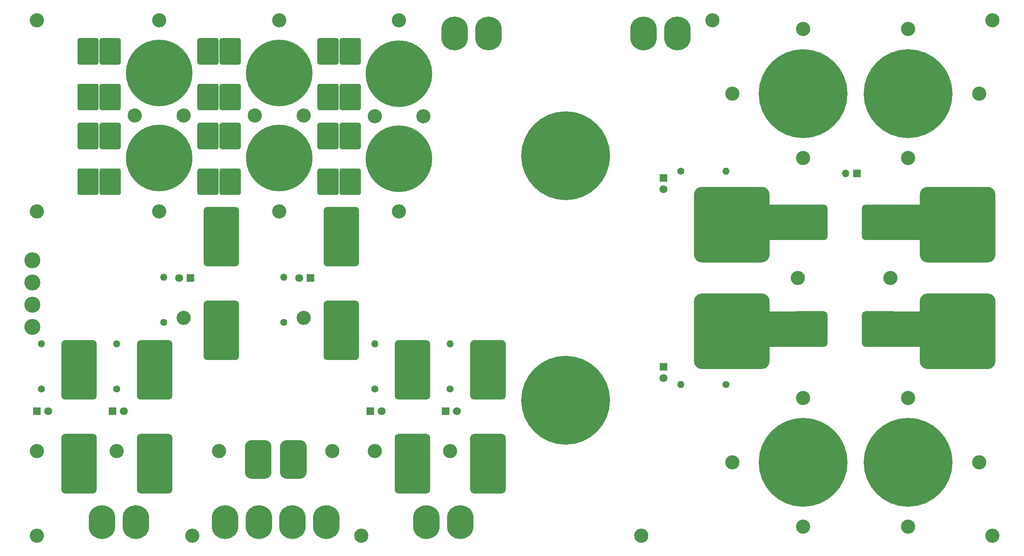
<source format=gbr>
%TF.GenerationSoftware,KiCad,Pcbnew,(5.1.8)-1*%
%TF.CreationDate,2021-07-20T16:41:24+02:00*%
%TF.ProjectId,FJElectricsPCBBack,464a456c-6563-4747-9269-637350434242,rev?*%
%TF.SameCoordinates,Original*%
%TF.FileFunction,Soldermask,Bot*%
%TF.FilePolarity,Negative*%
%FSLAX46Y46*%
G04 Gerber Fmt 4.6, Leading zero omitted, Abs format (unit mm)*
G04 Created by KiCad (PCBNEW (5.1.8)-1) date 2021-07-20 16:41:24*
%MOMM*%
%LPD*%
G01*
G04 APERTURE LIST*
%ADD10C,1.800000*%
%ADD11R,1.800000X1.800000*%
%ADD12O,1.600000X1.600000*%
%ADD13C,1.600000*%
%ADD14O,3.600000X3.600000*%
%ADD15C,3.200000*%
%ADD16C,2.000000*%
%ADD17R,8.000000X8.000000*%
%ADD18O,6.000000X7.620000*%
%ADD19C,1.200000*%
%ADD20O,20.000000X20.000000*%
%ADD21C,15.000000*%
%ADD22O,1.700000X1.700000*%
%ADD23R,1.700000X1.700000*%
%ADD24C,20.000000*%
G04 APERTURE END LIST*
D10*
%TO.C,Fuse7*%
X4540000Y-70500000D03*
D11*
X2000000Y-70500000D03*
%TD*%
D12*
%TO.C,R7*%
X-14000000Y-55340000D03*
D13*
X-14000000Y-65500000D03*
%TD*%
D14*
%TO.C,J4*%
X-16000000Y-51500000D03*
X-16000000Y-46500000D03*
%TD*%
D15*
%TO.C,H25*%
X157400000Y15500000D03*
%TD*%
%TO.C,H23*%
X157400000Y-96500000D03*
%TD*%
D16*
%TO.C,Fuse_8*%
X141000000Y-22000000D03*
X135000000Y-28500000D03*
X141000000Y-35000000D03*
X147500000Y-28500000D03*
X136500000Y-33500000D03*
X145500000Y-33500000D03*
X145500000Y-23500000D03*
X136500000Y-23500000D03*
X187500000Y-23500000D03*
X196500000Y-23500000D03*
X196500000Y-33500000D03*
X187500000Y-33500000D03*
X186000000Y-28500000D03*
X198500000Y-28500000D03*
X192000000Y-35000000D03*
X192000000Y-22000000D03*
G36*
G01*
X149850000Y-21700000D02*
X149850000Y-35300000D01*
G75*
G02*
X148150000Y-37000000I-1700000J0D01*
G01*
X134550000Y-37000000D01*
G75*
G02*
X132850000Y-35300000I0J1700000D01*
G01*
X132850000Y-21700000D01*
G75*
G02*
X134550000Y-20000000I1700000J0D01*
G01*
X148150000Y-20000000D01*
G75*
G02*
X149850000Y-21700000I0J-1700000D01*
G01*
G37*
G36*
G01*
X200650000Y-21700000D02*
X200650000Y-35300000D01*
G75*
G02*
X198950000Y-37000000I-1700000J0D01*
G01*
X185350000Y-37000000D01*
G75*
G02*
X183650000Y-35300000I0J1700000D01*
G01*
X183650000Y-21700000D01*
G75*
G02*
X185350000Y-20000000I1700000J0D01*
G01*
X198950000Y-20000000D01*
G75*
G02*
X200650000Y-21700000I0J-1700000D01*
G01*
G37*
D17*
X180000000Y-28000000D03*
G36*
G01*
X178600000Y-24800000D02*
X178600000Y-31200000D01*
G75*
G02*
X177800000Y-32000000I-800000J0D01*
G01*
X171400000Y-32000000D01*
G75*
G02*
X170600000Y-31200000I0J800000D01*
G01*
X170600000Y-24800000D01*
G75*
G02*
X171400000Y-24000000I800000J0D01*
G01*
X177800000Y-24000000D01*
G75*
G02*
X178600000Y-24800000I0J-800000D01*
G01*
G37*
X153500000Y-28000000D03*
G36*
G01*
X162900000Y-24800000D02*
X162900000Y-31200000D01*
G75*
G02*
X162100000Y-32000000I-800000J0D01*
G01*
X155700000Y-32000000D01*
G75*
G02*
X154900000Y-31200000I0J800000D01*
G01*
X154900000Y-24800000D01*
G75*
G02*
X155700000Y-24000000I800000J0D01*
G01*
X162100000Y-24000000D01*
G75*
G02*
X162900000Y-24800000I0J-800000D01*
G01*
G37*
%TD*%
D15*
%TO.C,H45*%
X177000000Y-40500000D03*
%TD*%
%TO.C,H43*%
X156200000Y-40500000D03*
%TD*%
%TO.C,H42*%
X157400000Y-13500000D03*
%TD*%
%TO.C,H41*%
X157400000Y-67500000D03*
%TD*%
D18*
%TO.C,J14*%
X42520000Y-95500000D03*
X50140000Y-95500000D03*
%TD*%
D15*
%TO.C,H40*%
X51500000Y-79500000D03*
%TD*%
%TO.C,H11*%
X18000000Y-49500000D03*
%TD*%
D19*
%TO.C,S1*%
X98155000Y-18355000D03*
X109715000Y-18355000D03*
X96380000Y-13195000D03*
X109715000Y-8355000D03*
X104000000Y-5575000D03*
X104000000Y-20815000D03*
X98155000Y-8355000D03*
X111620000Y-13195000D03*
X109715000Y-72885000D03*
X98285000Y-72885000D03*
X104000000Y-60185000D03*
X111620000Y-67805000D03*
X109715000Y-62965000D03*
X96380000Y-67965000D03*
X98285000Y-62965000D03*
X104000000Y-75425000D03*
D20*
X104000000Y-13000000D03*
X104000000Y-68000000D03*
%TD*%
D15*
%TO.C,J28*%
X72000000Y-4120000D03*
X61000000Y-4120000D03*
D16*
X66500000Y-19170000D03*
D21*
X66500000Y5430000D03*
D16*
X61000000Y5330000D03*
X70500000Y9330000D03*
X62500000Y9330000D03*
X62500000Y1830000D03*
X62500000Y-9670000D03*
X70500000Y1830000D03*
X72000000Y5330000D03*
X66500000Y-8170000D03*
X70500000Y-9670000D03*
X66500000Y10830000D03*
D21*
X66500000Y-13670000D03*
D16*
X61000000Y-13670000D03*
X70500000Y-17670000D03*
X66500000Y-170000D03*
X72000000Y-13670000D03*
X62500000Y-17670000D03*
%TD*%
D15*
%TO.C,J27*%
X45000000Y-3950000D03*
X34000000Y-3950000D03*
D16*
X39500000Y-19000000D03*
D21*
X39500000Y5600000D03*
D16*
X34000000Y5500000D03*
X43500000Y9500000D03*
X35500000Y9500000D03*
X35500000Y2000000D03*
X35500000Y-9500000D03*
X43500000Y2000000D03*
X45000000Y5500000D03*
X39500000Y-8000000D03*
X43500000Y-9500000D03*
X39500000Y11000000D03*
D21*
X39500000Y-13500000D03*
D16*
X34000000Y-13500000D03*
X43500000Y-17500000D03*
X39500000Y0D03*
X45000000Y-13500000D03*
X35500000Y-17500000D03*
%TD*%
D15*
%TO.C,J7*%
X18000000Y-3950000D03*
X7000000Y-3950000D03*
D16*
X12500000Y-19000000D03*
D21*
X12500000Y5600000D03*
D16*
X7000000Y5500000D03*
X16500000Y9500000D03*
X8500000Y9500000D03*
X8500000Y2000000D03*
X8500000Y-9500000D03*
X16500000Y2000000D03*
X18000000Y5500000D03*
X12500000Y-8000000D03*
X16500000Y-9500000D03*
X12500000Y11000000D03*
D21*
X12500000Y-13500000D03*
D16*
X7000000Y-13500000D03*
X16500000Y-17500000D03*
X12500000Y0D03*
X18000000Y-13500000D03*
X8500000Y-17500000D03*
%TD*%
D22*
%TO.C,J26*%
X166960000Y-17000000D03*
D23*
X169500000Y-17000000D03*
%TD*%
%TO.C,J25*%
G36*
G01*
X37800000Y-78500000D02*
X37800000Y-84200000D01*
G75*
G02*
X36300000Y-85700000I-1500000J0D01*
G01*
X33300000Y-85700000D01*
G75*
G02*
X31800000Y-84200000I0J1500000D01*
G01*
X31800000Y-78500000D01*
G75*
G02*
X33300000Y-77000000I1500000J0D01*
G01*
X36300000Y-77000000D01*
G75*
G02*
X37800000Y-78500000I0J-1500000D01*
G01*
G37*
G36*
G01*
X45700000Y-78500000D02*
X45700000Y-84200000D01*
G75*
G02*
X44200000Y-85700000I-1500000J0D01*
G01*
X41200000Y-85700000D01*
G75*
G02*
X39700000Y-84200000I0J1500000D01*
G01*
X39700000Y-78500000D01*
G75*
G02*
X41200000Y-77000000I1500000J0D01*
G01*
X44200000Y-77000000D01*
G75*
G02*
X45700000Y-78500000I0J-1500000D01*
G01*
G37*
%TD*%
D15*
%TO.C,H39*%
X39500000Y17500000D03*
%TD*%
%TO.C,H38*%
X66500000Y17500000D03*
%TD*%
%TO.C,H37*%
X39500000Y-25500000D03*
%TD*%
%TO.C,H36*%
X12500000Y17500000D03*
%TD*%
%TO.C,H35*%
X12500000Y-25500000D03*
%TD*%
%TO.C,H34*%
X66500000Y-25500000D03*
%TD*%
%TO.C,H33*%
X197000000Y1000000D03*
%TD*%
%TO.C,H32*%
X-15000000Y-79500000D03*
%TD*%
%TO.C,H27*%
X141500000Y1000000D03*
%TD*%
%TO.C,H22*%
X141500000Y-82000000D03*
%TD*%
%TO.C,H19*%
X197000000Y-82000000D03*
%TD*%
D16*
%TO.C,J18*%
X176500000Y-76500000D03*
X185500000Y-87500000D03*
X181000000Y-89000000D03*
X181000000Y-75000000D03*
X185500000Y-76500000D03*
X164400000Y-82000000D03*
X150400000Y-82000000D03*
D24*
X181000000Y-82000000D03*
X157400000Y-82000000D03*
D16*
X188000000Y-82000000D03*
X174000000Y-82000000D03*
X157400000Y-75000000D03*
X161900000Y-76500000D03*
X176500000Y-87500000D03*
X161900000Y-87500000D03*
X157400000Y-89000000D03*
X152900000Y-76500000D03*
X152900000Y-87500000D03*
%TD*%
%TO.C,J22*%
X176500000Y6500000D03*
X185500000Y-4500000D03*
X181000000Y-6000000D03*
X181000000Y8000000D03*
X185500000Y6500000D03*
X164400000Y1000000D03*
X150400000Y1000000D03*
D24*
X181000000Y1000000D03*
X157400000Y1000000D03*
D16*
X188000000Y1000000D03*
X174000000Y1000000D03*
X157400000Y8000000D03*
X161900000Y6500000D03*
X176500000Y-4500000D03*
X161900000Y-4500000D03*
X157400000Y-6000000D03*
X152900000Y6500000D03*
X152900000Y-4500000D03*
%TD*%
%TO.C,J21*%
G36*
G01*
X53580000Y-5550000D02*
X57420000Y-5550000D01*
G75*
G02*
X57900000Y-6030000I0J-480000D01*
G01*
X57900000Y-11070000D01*
G75*
G02*
X57420000Y-11550000I-480000J0D01*
G01*
X53580000Y-11550000D01*
G75*
G02*
X53100000Y-11070000I0J480000D01*
G01*
X53100000Y-6030000D01*
G75*
G02*
X53580000Y-5550000I480000J0D01*
G01*
G37*
G36*
G01*
X48600000Y-5550000D02*
X52440000Y-5550000D01*
G75*
G02*
X52920000Y-6030000I0J-480000D01*
G01*
X52920000Y-11070000D01*
G75*
G02*
X52440000Y-11550000I-480000J0D01*
G01*
X48600000Y-11550000D01*
G75*
G02*
X48120000Y-11070000I0J480000D01*
G01*
X48120000Y-6030000D01*
G75*
G02*
X48600000Y-5550000I480000J0D01*
G01*
G37*
G36*
G01*
X53580000Y-15840000D02*
X57420000Y-15840000D01*
G75*
G02*
X57900000Y-16320000I0J-480000D01*
G01*
X57900000Y-21360000D01*
G75*
G02*
X57420000Y-21840000I-480000J0D01*
G01*
X53580000Y-21840000D01*
G75*
G02*
X53100000Y-21360000I0J480000D01*
G01*
X53100000Y-16320000D01*
G75*
G02*
X53580000Y-15840000I480000J0D01*
G01*
G37*
G36*
G01*
X48600000Y-15840000D02*
X52440000Y-15840000D01*
G75*
G02*
X52920000Y-16320000I0J-480000D01*
G01*
X52920000Y-21360000D01*
G75*
G02*
X52440000Y-21840000I-480000J0D01*
G01*
X48600000Y-21840000D01*
G75*
G02*
X48120000Y-21360000I0J480000D01*
G01*
X48120000Y-16320000D01*
G75*
G02*
X48600000Y-15840000I480000J0D01*
G01*
G37*
G36*
G01*
X48600000Y3210000D02*
X52440000Y3210000D01*
G75*
G02*
X52920000Y2730000I0J-480000D01*
G01*
X52920000Y-2310000D01*
G75*
G02*
X52440000Y-2790000I-480000J0D01*
G01*
X48600000Y-2790000D01*
G75*
G02*
X48120000Y-2310000I0J480000D01*
G01*
X48120000Y2730000D01*
G75*
G02*
X48600000Y3210000I480000J0D01*
G01*
G37*
G36*
G01*
X48600000Y13500000D02*
X52440000Y13500000D01*
G75*
G02*
X52920000Y13020000I0J-480000D01*
G01*
X52920000Y7980000D01*
G75*
G02*
X52440000Y7500000I-480000J0D01*
G01*
X48600000Y7500000D01*
G75*
G02*
X48120000Y7980000I0J480000D01*
G01*
X48120000Y13020000D01*
G75*
G02*
X48600000Y13500000I480000J0D01*
G01*
G37*
G36*
G01*
X53580000Y3210000D02*
X57420000Y3210000D01*
G75*
G02*
X57900000Y2730000I0J-480000D01*
G01*
X57900000Y-2310000D01*
G75*
G02*
X57420000Y-2790000I-480000J0D01*
G01*
X53580000Y-2790000D01*
G75*
G02*
X53100000Y-2310000I0J480000D01*
G01*
X53100000Y2730000D01*
G75*
G02*
X53580000Y3210000I480000J0D01*
G01*
G37*
G36*
G01*
X53580000Y13500000D02*
X57420000Y13500000D01*
G75*
G02*
X57900000Y13020000I0J-480000D01*
G01*
X57900000Y7980000D01*
G75*
G02*
X57420000Y7500000I-480000J0D01*
G01*
X53580000Y7500000D01*
G75*
G02*
X53100000Y7980000I0J480000D01*
G01*
X53100000Y13020000D01*
G75*
G02*
X53580000Y13500000I480000J0D01*
G01*
G37*
%TD*%
%TO.C,J20*%
G36*
G01*
X26580000Y-5550000D02*
X30420000Y-5550000D01*
G75*
G02*
X30900000Y-6030000I0J-480000D01*
G01*
X30900000Y-11070000D01*
G75*
G02*
X30420000Y-11550000I-480000J0D01*
G01*
X26580000Y-11550000D01*
G75*
G02*
X26100000Y-11070000I0J480000D01*
G01*
X26100000Y-6030000D01*
G75*
G02*
X26580000Y-5550000I480000J0D01*
G01*
G37*
G36*
G01*
X21600000Y-5550000D02*
X25440000Y-5550000D01*
G75*
G02*
X25920000Y-6030000I0J-480000D01*
G01*
X25920000Y-11070000D01*
G75*
G02*
X25440000Y-11550000I-480000J0D01*
G01*
X21600000Y-11550000D01*
G75*
G02*
X21120000Y-11070000I0J480000D01*
G01*
X21120000Y-6030000D01*
G75*
G02*
X21600000Y-5550000I480000J0D01*
G01*
G37*
G36*
G01*
X26580000Y-15840000D02*
X30420000Y-15840000D01*
G75*
G02*
X30900000Y-16320000I0J-480000D01*
G01*
X30900000Y-21360000D01*
G75*
G02*
X30420000Y-21840000I-480000J0D01*
G01*
X26580000Y-21840000D01*
G75*
G02*
X26100000Y-21360000I0J480000D01*
G01*
X26100000Y-16320000D01*
G75*
G02*
X26580000Y-15840000I480000J0D01*
G01*
G37*
G36*
G01*
X21600000Y-15840000D02*
X25440000Y-15840000D01*
G75*
G02*
X25920000Y-16320000I0J-480000D01*
G01*
X25920000Y-21360000D01*
G75*
G02*
X25440000Y-21840000I-480000J0D01*
G01*
X21600000Y-21840000D01*
G75*
G02*
X21120000Y-21360000I0J480000D01*
G01*
X21120000Y-16320000D01*
G75*
G02*
X21600000Y-15840000I480000J0D01*
G01*
G37*
G36*
G01*
X21600000Y3210000D02*
X25440000Y3210000D01*
G75*
G02*
X25920000Y2730000I0J-480000D01*
G01*
X25920000Y-2310000D01*
G75*
G02*
X25440000Y-2790000I-480000J0D01*
G01*
X21600000Y-2790000D01*
G75*
G02*
X21120000Y-2310000I0J480000D01*
G01*
X21120000Y2730000D01*
G75*
G02*
X21600000Y3210000I480000J0D01*
G01*
G37*
G36*
G01*
X21600000Y13500000D02*
X25440000Y13500000D01*
G75*
G02*
X25920000Y13020000I0J-480000D01*
G01*
X25920000Y7980000D01*
G75*
G02*
X25440000Y7500000I-480000J0D01*
G01*
X21600000Y7500000D01*
G75*
G02*
X21120000Y7980000I0J480000D01*
G01*
X21120000Y13020000D01*
G75*
G02*
X21600000Y13500000I480000J0D01*
G01*
G37*
G36*
G01*
X26580000Y3210000D02*
X30420000Y3210000D01*
G75*
G02*
X30900000Y2730000I0J-480000D01*
G01*
X30900000Y-2310000D01*
G75*
G02*
X30420000Y-2790000I-480000J0D01*
G01*
X26580000Y-2790000D01*
G75*
G02*
X26100000Y-2310000I0J480000D01*
G01*
X26100000Y2730000D01*
G75*
G02*
X26580000Y3210000I480000J0D01*
G01*
G37*
G36*
G01*
X26580000Y13500000D02*
X30420000Y13500000D01*
G75*
G02*
X30900000Y13020000I0J-480000D01*
G01*
X30900000Y7980000D01*
G75*
G02*
X30420000Y7500000I-480000J0D01*
G01*
X26580000Y7500000D01*
G75*
G02*
X26100000Y7980000I0J480000D01*
G01*
X26100000Y13020000D01*
G75*
G02*
X26580000Y13500000I480000J0D01*
G01*
G37*
%TD*%
%TO.C,J19*%
G36*
G01*
X-420000Y-5550000D02*
X3420000Y-5550000D01*
G75*
G02*
X3900000Y-6030000I0J-480000D01*
G01*
X3900000Y-11070000D01*
G75*
G02*
X3420000Y-11550000I-480000J0D01*
G01*
X-420000Y-11550000D01*
G75*
G02*
X-900000Y-11070000I0J480000D01*
G01*
X-900000Y-6030000D01*
G75*
G02*
X-420000Y-5550000I480000J0D01*
G01*
G37*
G36*
G01*
X-5400000Y-5550000D02*
X-1560000Y-5550000D01*
G75*
G02*
X-1080000Y-6030000I0J-480000D01*
G01*
X-1080000Y-11070000D01*
G75*
G02*
X-1560000Y-11550000I-480000J0D01*
G01*
X-5400000Y-11550000D01*
G75*
G02*
X-5880000Y-11070000I0J480000D01*
G01*
X-5880000Y-6030000D01*
G75*
G02*
X-5400000Y-5550000I480000J0D01*
G01*
G37*
G36*
G01*
X-420000Y-15840000D02*
X3420000Y-15840000D01*
G75*
G02*
X3900000Y-16320000I0J-480000D01*
G01*
X3900000Y-21360000D01*
G75*
G02*
X3420000Y-21840000I-480000J0D01*
G01*
X-420000Y-21840000D01*
G75*
G02*
X-900000Y-21360000I0J480000D01*
G01*
X-900000Y-16320000D01*
G75*
G02*
X-420000Y-15840000I480000J0D01*
G01*
G37*
G36*
G01*
X-5400000Y-15840000D02*
X-1560000Y-15840000D01*
G75*
G02*
X-1080000Y-16320000I0J-480000D01*
G01*
X-1080000Y-21360000D01*
G75*
G02*
X-1560000Y-21840000I-480000J0D01*
G01*
X-5400000Y-21840000D01*
G75*
G02*
X-5880000Y-21360000I0J480000D01*
G01*
X-5880000Y-16320000D01*
G75*
G02*
X-5400000Y-15840000I480000J0D01*
G01*
G37*
G36*
G01*
X-5400000Y3210000D02*
X-1560000Y3210000D01*
G75*
G02*
X-1080000Y2730000I0J-480000D01*
G01*
X-1080000Y-2310000D01*
G75*
G02*
X-1560000Y-2790000I-480000J0D01*
G01*
X-5400000Y-2790000D01*
G75*
G02*
X-5880000Y-2310000I0J480000D01*
G01*
X-5880000Y2730000D01*
G75*
G02*
X-5400000Y3210000I480000J0D01*
G01*
G37*
G36*
G01*
X-5400000Y13500000D02*
X-1560000Y13500000D01*
G75*
G02*
X-1080000Y13020000I0J-480000D01*
G01*
X-1080000Y7980000D01*
G75*
G02*
X-1560000Y7500000I-480000J0D01*
G01*
X-5400000Y7500000D01*
G75*
G02*
X-5880000Y7980000I0J480000D01*
G01*
X-5880000Y13020000D01*
G75*
G02*
X-5400000Y13500000I480000J0D01*
G01*
G37*
G36*
G01*
X-420000Y3210000D02*
X3420000Y3210000D01*
G75*
G02*
X3900000Y2730000I0J-480000D01*
G01*
X3900000Y-2310000D01*
G75*
G02*
X3420000Y-2790000I-480000J0D01*
G01*
X-420000Y-2790000D01*
G75*
G02*
X-900000Y-2310000I0J480000D01*
G01*
X-900000Y2730000D01*
G75*
G02*
X-420000Y3210000I480000J0D01*
G01*
G37*
G36*
G01*
X-420000Y13500000D02*
X3420000Y13500000D01*
G75*
G02*
X3900000Y13020000I0J-480000D01*
G01*
X3900000Y7980000D01*
G75*
G02*
X3420000Y7500000I-480000J0D01*
G01*
X-420000Y7500000D01*
G75*
G02*
X-900000Y7980000I0J480000D01*
G01*
X-900000Y13020000D01*
G75*
G02*
X-420000Y13500000I480000J0D01*
G01*
G37*
%TD*%
D15*
%TO.C,H31*%
X-15000000Y17500000D03*
%TD*%
%TO.C,H16*%
X26000000Y-79500000D03*
%TD*%
%TO.C,H21*%
X200000000Y17500000D03*
%TD*%
%TO.C,H3*%
X137000000Y17500000D03*
%TD*%
%TO.C,H28*%
X181000000Y-13500000D03*
%TD*%
%TO.C,H10*%
X45000000Y-49500000D03*
%TD*%
%TO.C,H17*%
X181000000Y-67500000D03*
%TD*%
%TO.C,H8*%
X181000000Y15500000D03*
%TD*%
%TO.C,H15*%
X58000000Y-98500000D03*
%TD*%
%TO.C,H12*%
X-15000000Y-25500000D03*
%TD*%
%TO.C,H13*%
X3000000Y-79500000D03*
%TD*%
%TO.C,H20*%
X78000000Y-79500000D03*
%TD*%
%TO.C,H9*%
X61000000Y-79500000D03*
%TD*%
%TO.C,H18*%
X181000000Y-96500000D03*
%TD*%
%TO.C,H5*%
X-15000000Y-98500000D03*
%TD*%
%TO.C,H1*%
X200000000Y-98500000D03*
%TD*%
D18*
%TO.C,J6*%
X-320000Y-95500000D03*
X7300000Y-95500000D03*
%TD*%
D12*
%TO.C,R1*%
X3000000Y-55340000D03*
D13*
X3000000Y-65500000D03*
%TD*%
%TO.C,Fuse_6*%
G36*
G01*
X14700000Y-89000000D02*
X8300000Y-89000000D01*
G75*
G02*
X7500000Y-88200000I0J800000D01*
G01*
X7500000Y-81800000D01*
G75*
G02*
X8300000Y-81000000I800000J0D01*
G01*
X14700000Y-81000000D01*
G75*
G02*
X15500000Y-81800000I0J-800000D01*
G01*
X15500000Y-88200000D01*
G75*
G02*
X14700000Y-89000000I-800000J0D01*
G01*
G37*
G36*
G01*
X14700000Y-83600000D02*
X8300000Y-83600000D01*
G75*
G02*
X7500000Y-82800000I0J800000D01*
G01*
X7500000Y-76400000D01*
G75*
G02*
X8300000Y-75600000I800000J0D01*
G01*
X14700000Y-75600000D01*
G75*
G02*
X15500000Y-76400000I0J-800000D01*
G01*
X15500000Y-82800000D01*
G75*
G02*
X14700000Y-83600000I-800000J0D01*
G01*
G37*
G36*
G01*
X14700000Y-67900000D02*
X8300000Y-67900000D01*
G75*
G02*
X7500000Y-67100000I0J800000D01*
G01*
X7500000Y-60700000D01*
G75*
G02*
X8300000Y-59900000I800000J0D01*
G01*
X14700000Y-59900000D01*
G75*
G02*
X15500000Y-60700000I0J-800000D01*
G01*
X15500000Y-67100000D01*
G75*
G02*
X14700000Y-67900000I-800000J0D01*
G01*
G37*
G36*
G01*
X14700000Y-62500000D02*
X8300000Y-62500000D01*
G75*
G02*
X7500000Y-61700000I0J800000D01*
G01*
X7500000Y-55300000D01*
G75*
G02*
X8300000Y-54500000I800000J0D01*
G01*
X14700000Y-54500000D01*
G75*
G02*
X15500000Y-55300000I0J-800000D01*
G01*
X15500000Y-61700000D01*
G75*
G02*
X14700000Y-62500000I-800000J0D01*
G01*
G37*
%TD*%
D10*
%TO.C,Fuse3*%
X126000000Y-63040000D03*
D11*
X126000000Y-60500000D03*
%TD*%
D16*
%TO.C,Fuse_3*%
X141000000Y-46000000D03*
X135000000Y-52500000D03*
X141000000Y-59000000D03*
X147500000Y-52500000D03*
X136500000Y-57500000D03*
X145500000Y-57500000D03*
X145500000Y-47500000D03*
X136500000Y-47500000D03*
X187500000Y-47500000D03*
X196500000Y-47500000D03*
X196500000Y-57500000D03*
X187500000Y-57500000D03*
X186000000Y-52500000D03*
X198500000Y-52500000D03*
X192000000Y-59000000D03*
X192000000Y-46000000D03*
G36*
G01*
X149850000Y-45700000D02*
X149850000Y-59300000D01*
G75*
G02*
X148150000Y-61000000I-1700000J0D01*
G01*
X134550000Y-61000000D01*
G75*
G02*
X132850000Y-59300000I0J1700000D01*
G01*
X132850000Y-45700000D01*
G75*
G02*
X134550000Y-44000000I1700000J0D01*
G01*
X148150000Y-44000000D01*
G75*
G02*
X149850000Y-45700000I0J-1700000D01*
G01*
G37*
G36*
G01*
X200650000Y-45700000D02*
X200650000Y-59300000D01*
G75*
G02*
X198950000Y-61000000I-1700000J0D01*
G01*
X185350000Y-61000000D01*
G75*
G02*
X183650000Y-59300000I0J1700000D01*
G01*
X183650000Y-45700000D01*
G75*
G02*
X185350000Y-44000000I1700000J0D01*
G01*
X198950000Y-44000000D01*
G75*
G02*
X200650000Y-45700000I0J-1700000D01*
G01*
G37*
D17*
X180000000Y-52000000D03*
G36*
G01*
X178600000Y-48800000D02*
X178600000Y-55200000D01*
G75*
G02*
X177800000Y-56000000I-800000J0D01*
G01*
X171400000Y-56000000D01*
G75*
G02*
X170600000Y-55200000I0J800000D01*
G01*
X170600000Y-48800000D01*
G75*
G02*
X171400000Y-48000000I800000J0D01*
G01*
X177800000Y-48000000D01*
G75*
G02*
X178600000Y-48800000I0J-800000D01*
G01*
G37*
X153500000Y-52000000D03*
G36*
G01*
X162900000Y-48800000D02*
X162900000Y-55200000D01*
G75*
G02*
X162100000Y-56000000I-800000J0D01*
G01*
X155700000Y-56000000D01*
G75*
G02*
X154900000Y-55200000I0J800000D01*
G01*
X154900000Y-48800000D01*
G75*
G02*
X155700000Y-48000000I800000J0D01*
G01*
X162100000Y-48000000D01*
G75*
G02*
X162900000Y-48800000I0J-800000D01*
G01*
G37*
%TD*%
%TO.C,Fuse_4*%
G36*
G01*
X29700000Y-59000000D02*
X23300000Y-59000000D01*
G75*
G02*
X22500000Y-58200000I0J800000D01*
G01*
X22500000Y-51800000D01*
G75*
G02*
X23300000Y-51000000I800000J0D01*
G01*
X29700000Y-51000000D01*
G75*
G02*
X30500000Y-51800000I0J-800000D01*
G01*
X30500000Y-58200000D01*
G75*
G02*
X29700000Y-59000000I-800000J0D01*
G01*
G37*
G36*
G01*
X29700000Y-53600000D02*
X23300000Y-53600000D01*
G75*
G02*
X22500000Y-52800000I0J800000D01*
G01*
X22500000Y-46400000D01*
G75*
G02*
X23300000Y-45600000I800000J0D01*
G01*
X29700000Y-45600000D01*
G75*
G02*
X30500000Y-46400000I0J-800000D01*
G01*
X30500000Y-52800000D01*
G75*
G02*
X29700000Y-53600000I-800000J0D01*
G01*
G37*
G36*
G01*
X29700000Y-37900000D02*
X23300000Y-37900000D01*
G75*
G02*
X22500000Y-37100000I0J800000D01*
G01*
X22500000Y-30700000D01*
G75*
G02*
X23300000Y-29900000I800000J0D01*
G01*
X29700000Y-29900000D01*
G75*
G02*
X30500000Y-30700000I0J-800000D01*
G01*
X30500000Y-37100000D01*
G75*
G02*
X29700000Y-37900000I-800000J0D01*
G01*
G37*
G36*
G01*
X29700000Y-32500000D02*
X23300000Y-32500000D01*
G75*
G02*
X22500000Y-31700000I0J800000D01*
G01*
X22500000Y-25300000D01*
G75*
G02*
X23300000Y-24500000I800000J0D01*
G01*
X29700000Y-24500000D01*
G75*
G02*
X30500000Y-25300000I0J-800000D01*
G01*
X30500000Y-31700000D01*
G75*
G02*
X29700000Y-32500000I-800000J0D01*
G01*
G37*
%TD*%
D12*
%TO.C,R8*%
X40540000Y-40340000D03*
D13*
X40540000Y-50500000D03*
%TD*%
D12*
%TO.C,R6*%
X13540000Y-40340000D03*
D13*
X13540000Y-50500000D03*
%TD*%
D12*
%TO.C,R5*%
X61000000Y-55340000D03*
D13*
X61000000Y-65500000D03*
%TD*%
D12*
%TO.C,R4*%
X78000000Y-55340000D03*
D13*
X78000000Y-65500000D03*
%TD*%
%TO.C,R3*%
X129840000Y-16500000D03*
D12*
X140000000Y-16500000D03*
%TD*%
%TO.C,R2*%
X129840000Y-64500000D03*
D13*
X140000000Y-64500000D03*
%TD*%
D15*
%TO.C,H24*%
X121000000Y-98500000D03*
%TD*%
%TO.C,H7*%
X20000000Y-98500000D03*
%TD*%
D10*
%TO.C,Fuse8*%
X126000000Y-20540000D03*
D11*
X126000000Y-18000000D03*
%TD*%
D10*
%TO.C,Fuse6*%
X-12460000Y-70500000D03*
D11*
X-15000000Y-70500000D03*
%TD*%
D10*
%TO.C,Fuse5*%
X44000000Y-40500000D03*
D11*
X46540000Y-40500000D03*
%TD*%
D10*
%TO.C,Fuse4*%
X17000000Y-40500000D03*
D11*
X19540000Y-40500000D03*
%TD*%
D10*
%TO.C,Fuse2*%
X62540000Y-70500000D03*
D11*
X60000000Y-70500000D03*
%TD*%
D10*
%TO.C,Fuse1*%
X79540000Y-70500000D03*
D11*
X77000000Y-70500000D03*
%TD*%
D18*
%TO.C,J12*%
X129085000Y14500000D03*
X121465000Y14500000D03*
%TD*%
%TO.C,J10*%
X86620000Y14500000D03*
X79000000Y14500000D03*
%TD*%
D14*
%TO.C,J15*%
X-16000000Y-41500000D03*
X-16000000Y-36500000D03*
%TD*%
D18*
%TO.C,J13*%
X27380000Y-95500000D03*
X35000000Y-95500000D03*
%TD*%
%TO.C,J1*%
X72680000Y-95500000D03*
X80300000Y-95500000D03*
%TD*%
%TO.C,Fuse_7*%
G36*
G01*
X-2300000Y-89000000D02*
X-8700000Y-89000000D01*
G75*
G02*
X-9500000Y-88200000I0J800000D01*
G01*
X-9500000Y-81800000D01*
G75*
G02*
X-8700000Y-81000000I800000J0D01*
G01*
X-2300000Y-81000000D01*
G75*
G02*
X-1500000Y-81800000I0J-800000D01*
G01*
X-1500000Y-88200000D01*
G75*
G02*
X-2300000Y-89000000I-800000J0D01*
G01*
G37*
G36*
G01*
X-2300000Y-83600000D02*
X-8700000Y-83600000D01*
G75*
G02*
X-9500000Y-82800000I0J800000D01*
G01*
X-9500000Y-76400000D01*
G75*
G02*
X-8700000Y-75600000I800000J0D01*
G01*
X-2300000Y-75600000D01*
G75*
G02*
X-1500000Y-76400000I0J-800000D01*
G01*
X-1500000Y-82800000D01*
G75*
G02*
X-2300000Y-83600000I-800000J0D01*
G01*
G37*
G36*
G01*
X-2300000Y-67900000D02*
X-8700000Y-67900000D01*
G75*
G02*
X-9500000Y-67100000I0J800000D01*
G01*
X-9500000Y-60700000D01*
G75*
G02*
X-8700000Y-59900000I800000J0D01*
G01*
X-2300000Y-59900000D01*
G75*
G02*
X-1500000Y-60700000I0J-800000D01*
G01*
X-1500000Y-67100000D01*
G75*
G02*
X-2300000Y-67900000I-800000J0D01*
G01*
G37*
G36*
G01*
X-2300000Y-62500000D02*
X-8700000Y-62500000D01*
G75*
G02*
X-9500000Y-61700000I0J800000D01*
G01*
X-9500000Y-55300000D01*
G75*
G02*
X-8700000Y-54500000I800000J0D01*
G01*
X-2300000Y-54500000D01*
G75*
G02*
X-1500000Y-55300000I0J-800000D01*
G01*
X-1500000Y-61700000D01*
G75*
G02*
X-2300000Y-62500000I-800000J0D01*
G01*
G37*
%TD*%
%TO.C,Fuse_2*%
G36*
G01*
X72700000Y-89000000D02*
X66300000Y-89000000D01*
G75*
G02*
X65500000Y-88200000I0J800000D01*
G01*
X65500000Y-81800000D01*
G75*
G02*
X66300000Y-81000000I800000J0D01*
G01*
X72700000Y-81000000D01*
G75*
G02*
X73500000Y-81800000I0J-800000D01*
G01*
X73500000Y-88200000D01*
G75*
G02*
X72700000Y-89000000I-800000J0D01*
G01*
G37*
G36*
G01*
X72700000Y-83600000D02*
X66300000Y-83600000D01*
G75*
G02*
X65500000Y-82800000I0J800000D01*
G01*
X65500000Y-76400000D01*
G75*
G02*
X66300000Y-75600000I800000J0D01*
G01*
X72700000Y-75600000D01*
G75*
G02*
X73500000Y-76400000I0J-800000D01*
G01*
X73500000Y-82800000D01*
G75*
G02*
X72700000Y-83600000I-800000J0D01*
G01*
G37*
G36*
G01*
X72700000Y-67900000D02*
X66300000Y-67900000D01*
G75*
G02*
X65500000Y-67100000I0J800000D01*
G01*
X65500000Y-60700000D01*
G75*
G02*
X66300000Y-59900000I800000J0D01*
G01*
X72700000Y-59900000D01*
G75*
G02*
X73500000Y-60700000I0J-800000D01*
G01*
X73500000Y-67100000D01*
G75*
G02*
X72700000Y-67900000I-800000J0D01*
G01*
G37*
G36*
G01*
X72700000Y-62500000D02*
X66300000Y-62500000D01*
G75*
G02*
X65500000Y-61700000I0J800000D01*
G01*
X65500000Y-55300000D01*
G75*
G02*
X66300000Y-54500000I800000J0D01*
G01*
X72700000Y-54500000D01*
G75*
G02*
X73500000Y-55300000I0J-800000D01*
G01*
X73500000Y-61700000D01*
G75*
G02*
X72700000Y-62500000I-800000J0D01*
G01*
G37*
%TD*%
%TO.C,Fuse_1*%
G36*
G01*
X89700000Y-89000000D02*
X83300000Y-89000000D01*
G75*
G02*
X82500000Y-88200000I0J800000D01*
G01*
X82500000Y-81800000D01*
G75*
G02*
X83300000Y-81000000I800000J0D01*
G01*
X89700000Y-81000000D01*
G75*
G02*
X90500000Y-81800000I0J-800000D01*
G01*
X90500000Y-88200000D01*
G75*
G02*
X89700000Y-89000000I-800000J0D01*
G01*
G37*
G36*
G01*
X89700000Y-83600000D02*
X83300000Y-83600000D01*
G75*
G02*
X82500000Y-82800000I0J800000D01*
G01*
X82500000Y-76400000D01*
G75*
G02*
X83300000Y-75600000I800000J0D01*
G01*
X89700000Y-75600000D01*
G75*
G02*
X90500000Y-76400000I0J-800000D01*
G01*
X90500000Y-82800000D01*
G75*
G02*
X89700000Y-83600000I-800000J0D01*
G01*
G37*
G36*
G01*
X89700000Y-67900000D02*
X83300000Y-67900000D01*
G75*
G02*
X82500000Y-67100000I0J800000D01*
G01*
X82500000Y-60700000D01*
G75*
G02*
X83300000Y-59900000I800000J0D01*
G01*
X89700000Y-59900000D01*
G75*
G02*
X90500000Y-60700000I0J-800000D01*
G01*
X90500000Y-67100000D01*
G75*
G02*
X89700000Y-67900000I-800000J0D01*
G01*
G37*
G36*
G01*
X89700000Y-62500000D02*
X83300000Y-62500000D01*
G75*
G02*
X82500000Y-61700000I0J800000D01*
G01*
X82500000Y-55300000D01*
G75*
G02*
X83300000Y-54500000I800000J0D01*
G01*
X89700000Y-54500000D01*
G75*
G02*
X90500000Y-55300000I0J-800000D01*
G01*
X90500000Y-61700000D01*
G75*
G02*
X89700000Y-62500000I-800000J0D01*
G01*
G37*
%TD*%
%TO.C,Fuse_5*%
G36*
G01*
X56700000Y-59000000D02*
X50300000Y-59000000D01*
G75*
G02*
X49500000Y-58200000I0J800000D01*
G01*
X49500000Y-51800000D01*
G75*
G02*
X50300000Y-51000000I800000J0D01*
G01*
X56700000Y-51000000D01*
G75*
G02*
X57500000Y-51800000I0J-800000D01*
G01*
X57500000Y-58200000D01*
G75*
G02*
X56700000Y-59000000I-800000J0D01*
G01*
G37*
G36*
G01*
X56700000Y-53600000D02*
X50300000Y-53600000D01*
G75*
G02*
X49500000Y-52800000I0J800000D01*
G01*
X49500000Y-46400000D01*
G75*
G02*
X50300000Y-45600000I800000J0D01*
G01*
X56700000Y-45600000D01*
G75*
G02*
X57500000Y-46400000I0J-800000D01*
G01*
X57500000Y-52800000D01*
G75*
G02*
X56700000Y-53600000I-800000J0D01*
G01*
G37*
G36*
G01*
X56700000Y-37900000D02*
X50300000Y-37900000D01*
G75*
G02*
X49500000Y-37100000I0J800000D01*
G01*
X49500000Y-30700000D01*
G75*
G02*
X50300000Y-29900000I800000J0D01*
G01*
X56700000Y-29900000D01*
G75*
G02*
X57500000Y-30700000I0J-800000D01*
G01*
X57500000Y-37100000D01*
G75*
G02*
X56700000Y-37900000I-800000J0D01*
G01*
G37*
G36*
G01*
X56700000Y-32500000D02*
X50300000Y-32500000D01*
G75*
G02*
X49500000Y-31700000I0J800000D01*
G01*
X49500000Y-25300000D01*
G75*
G02*
X50300000Y-24500000I800000J0D01*
G01*
X56700000Y-24500000D01*
G75*
G02*
X57500000Y-25300000I0J-800000D01*
G01*
X57500000Y-31700000D01*
G75*
G02*
X56700000Y-32500000I-800000J0D01*
G01*
G37*
%TD*%
M02*

</source>
